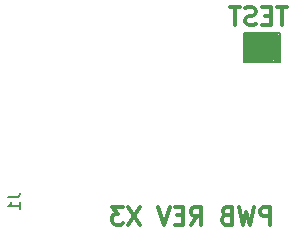
<source format=gbo>
G04 #@! TF.FileFunction,Legend,Bot*
%FSLAX46Y46*%
G04 Gerber Fmt 4.6, Leading zero omitted, Abs format (unit mm)*
G04 Created by KiCad (PCBNEW 4.0.1-stable) date 7/13/2016 10:57:54 AM*
%MOMM*%
G01*
G04 APERTURE LIST*
%ADD10C,0.150000*%
%ADD11C,0.300000*%
%ADD12C,0.200000*%
G04 APERTURE END LIST*
D10*
D11*
X168840857Y-80306571D02*
X167983714Y-80306571D01*
X168412285Y-81806571D02*
X168412285Y-80306571D01*
X167483714Y-81020857D02*
X166983714Y-81020857D01*
X166769428Y-81806571D02*
X167483714Y-81806571D01*
X167483714Y-80306571D01*
X166769428Y-80306571D01*
X166198000Y-81735143D02*
X165983714Y-81806571D01*
X165626571Y-81806571D01*
X165483714Y-81735143D01*
X165412285Y-81663714D01*
X165340857Y-81520857D01*
X165340857Y-81378000D01*
X165412285Y-81235143D01*
X165483714Y-81163714D01*
X165626571Y-81092286D01*
X165912285Y-81020857D01*
X166055143Y-80949429D01*
X166126571Y-80878000D01*
X166198000Y-80735143D01*
X166198000Y-80592286D01*
X166126571Y-80449429D01*
X166055143Y-80378000D01*
X165912285Y-80306571D01*
X165555143Y-80306571D01*
X165340857Y-80378000D01*
X164912286Y-80306571D02*
X164055143Y-80306571D01*
X164483714Y-81806571D02*
X164483714Y-80306571D01*
D12*
X168099000Y-82652000D02*
X167972000Y-82779000D01*
X168099000Y-84811000D02*
X168099000Y-82652000D01*
X167972000Y-84811000D02*
X168099000Y-84811000D01*
X167972000Y-82525000D02*
X167972000Y-84811000D01*
X167718000Y-82525000D02*
X167972000Y-82525000D01*
X167718000Y-84684000D02*
X167718000Y-82525000D01*
X167845000Y-84811000D02*
X167718000Y-84684000D01*
X167845000Y-82525000D02*
X167845000Y-84811000D01*
X167591000Y-82525000D02*
X167845000Y-82525000D01*
X167591000Y-84811000D02*
X167591000Y-82525000D01*
X167464000Y-84938000D02*
X167591000Y-84811000D01*
X167464000Y-82652000D02*
X167464000Y-84938000D01*
X167337000Y-82525000D02*
X167464000Y-82652000D01*
X167337000Y-84811000D02*
X167337000Y-82525000D01*
X167210000Y-84811000D02*
X167337000Y-84811000D01*
X167210000Y-82525000D02*
X167210000Y-84811000D01*
X167083000Y-82525000D02*
X167210000Y-82525000D01*
X167083000Y-84811000D02*
X167083000Y-82525000D01*
X166956000Y-84811000D02*
X167083000Y-84811000D01*
X166956000Y-82525000D02*
X166956000Y-84811000D01*
X166829000Y-82525000D02*
X166956000Y-82525000D01*
X167083000Y-82525000D02*
X166829000Y-82525000D01*
X166829000Y-82525000D02*
X167083000Y-82525000D01*
X166829000Y-84811000D02*
X166829000Y-82525000D01*
X166702000Y-84811000D02*
X166829000Y-84811000D01*
X166702000Y-82525000D02*
X166702000Y-84811000D01*
X166575000Y-82525000D02*
X166702000Y-82525000D01*
X166575000Y-84811000D02*
X166575000Y-82525000D01*
X166448000Y-84938000D02*
X166575000Y-84811000D01*
X166448000Y-82525000D02*
X166448000Y-84938000D01*
X166321000Y-82525000D02*
X166448000Y-82525000D01*
X166321000Y-84811000D02*
X166321000Y-82525000D01*
X166194000Y-84811000D02*
X166321000Y-84811000D01*
X166194000Y-82525000D02*
X166194000Y-84811000D01*
X166067000Y-82525000D02*
X166194000Y-82525000D01*
X166067000Y-84938000D02*
X166067000Y-82525000D01*
X166067000Y-82525000D02*
X166067000Y-84938000D01*
X165940000Y-82525000D02*
X166067000Y-82525000D01*
X165940000Y-84811000D02*
X165940000Y-82525000D01*
X166067000Y-84811000D02*
X165940000Y-84811000D01*
X165813000Y-84811000D02*
X166067000Y-84811000D01*
X165813000Y-82525000D02*
X165813000Y-84811000D01*
X165686000Y-82525000D02*
X165813000Y-82525000D01*
X165686000Y-84938000D02*
X165686000Y-82525000D01*
X165559000Y-84811000D02*
X165686000Y-84938000D01*
X165559000Y-82525000D02*
X165559000Y-84811000D01*
X165432000Y-82525000D02*
X165559000Y-82525000D01*
X165432000Y-84811000D02*
X165432000Y-82525000D01*
X165305000Y-84938000D02*
X165432000Y-84811000D01*
X165305000Y-82525000D02*
X165305000Y-84938000D01*
X165178000Y-82525000D02*
X165305000Y-82525000D01*
X165178000Y-84938000D02*
X165178000Y-82525000D01*
X165432000Y-84938000D02*
X165178000Y-84938000D01*
X165178000Y-84938000D02*
X165432000Y-84938000D01*
X165178000Y-84684000D02*
X165178000Y-84938000D01*
X165432000Y-84938000D02*
X165178000Y-84684000D01*
X168226000Y-84938000D02*
X165432000Y-84938000D01*
X168226000Y-82525000D02*
X168226000Y-84938000D01*
X165178000Y-82525000D02*
X168226000Y-82525000D01*
D11*
X167424856Y-98722571D02*
X167424856Y-97222571D01*
X166853428Y-97222571D01*
X166710570Y-97294000D01*
X166639142Y-97365429D01*
X166567713Y-97508286D01*
X166567713Y-97722571D01*
X166639142Y-97865429D01*
X166710570Y-97936857D01*
X166853428Y-98008286D01*
X167424856Y-98008286D01*
X166067713Y-97222571D02*
X165710570Y-98722571D01*
X165424856Y-97651143D01*
X165139142Y-98722571D01*
X164781999Y-97222571D01*
X163710570Y-97936857D02*
X163496284Y-98008286D01*
X163424856Y-98079714D01*
X163353427Y-98222571D01*
X163353427Y-98436857D01*
X163424856Y-98579714D01*
X163496284Y-98651143D01*
X163639142Y-98722571D01*
X164210570Y-98722571D01*
X164210570Y-97222571D01*
X163710570Y-97222571D01*
X163567713Y-97294000D01*
X163496284Y-97365429D01*
X163424856Y-97508286D01*
X163424856Y-97651143D01*
X163496284Y-97794000D01*
X163567713Y-97865429D01*
X163710570Y-97936857D01*
X164210570Y-97936857D01*
X160710570Y-98722571D02*
X161210570Y-98008286D01*
X161567713Y-98722571D02*
X161567713Y-97222571D01*
X160996285Y-97222571D01*
X160853427Y-97294000D01*
X160781999Y-97365429D01*
X160710570Y-97508286D01*
X160710570Y-97722571D01*
X160781999Y-97865429D01*
X160853427Y-97936857D01*
X160996285Y-98008286D01*
X161567713Y-98008286D01*
X160067713Y-97936857D02*
X159567713Y-97936857D01*
X159353427Y-98722571D02*
X160067713Y-98722571D01*
X160067713Y-97222571D01*
X159353427Y-97222571D01*
X158924856Y-97222571D02*
X158424856Y-98722571D01*
X157924856Y-97222571D01*
X156424856Y-97222571D02*
X155424856Y-98722571D01*
X155424856Y-97222571D02*
X156424856Y-98722571D01*
X154996285Y-97222571D02*
X154067714Y-97222571D01*
X154567714Y-97794000D01*
X154353428Y-97794000D01*
X154210571Y-97865429D01*
X154139142Y-97936857D01*
X154067714Y-98079714D01*
X154067714Y-98436857D01*
X154139142Y-98579714D01*
X154210571Y-98651143D01*
X154353428Y-98722571D01*
X154782000Y-98722571D01*
X154924857Y-98651143D01*
X154996285Y-98579714D01*
D10*
X145232381Y-96406667D02*
X145946667Y-96406667D01*
X146089524Y-96359047D01*
X146184762Y-96263809D01*
X146232381Y-96120952D01*
X146232381Y-96025714D01*
X146232381Y-97406667D02*
X146232381Y-96835238D01*
X146232381Y-97120952D02*
X145232381Y-97120952D01*
X145375238Y-97025714D01*
X145470476Y-96930476D01*
X145518095Y-96835238D01*
M02*

</source>
